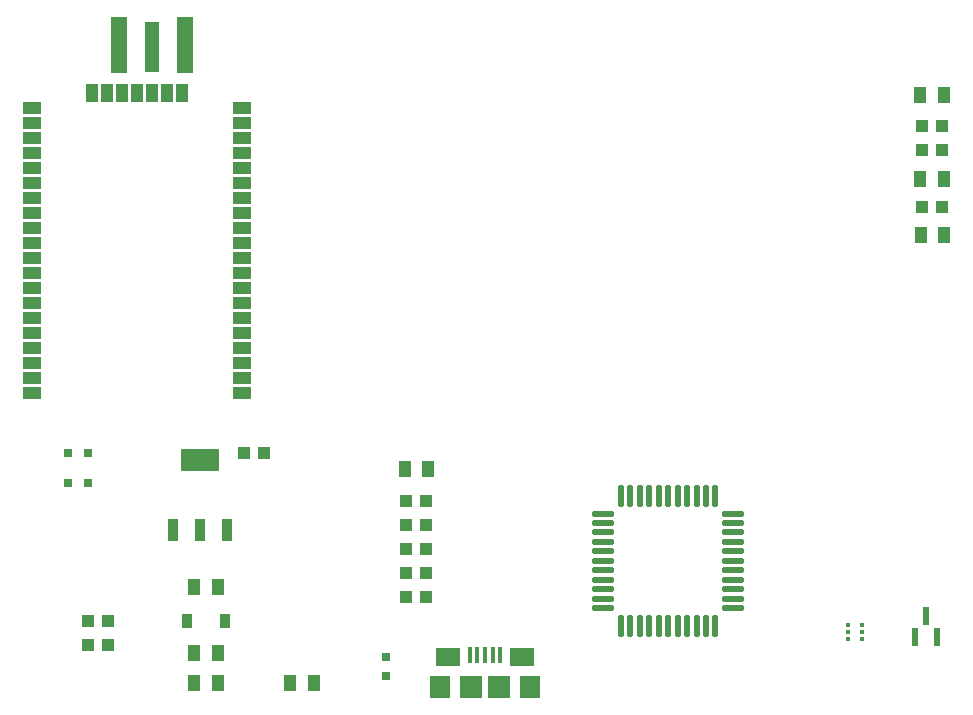
<source format=gtp>
%FSLAX44Y44*%
%MOMM*%
G71*
G01*
G75*
G04 Layer_Color=8421504*
%ADD10C,0.3810*%
%ADD11C,0.2540*%
%ADD12C,0.6350*%
%ADD13R,1.2700X4.2000*%
%ADD14R,1.3500X4.7000*%
%ADD15R,2.1000X1.6000*%
%ADD16R,0.4000X1.3500*%
%ADD17R,1.9000X1.9000*%
%ADD18R,1.8000X1.9000*%
%ADD19R,0.9000X1.9000*%
%ADD20R,3.2000X1.9000*%
%ADD21R,1.5240X1.0160*%
%ADD22R,1.0160X1.5240*%
%ADD23R,1.1000X1.0000*%
%ADD24R,0.9100X1.2200*%
%ADD25R,0.8000X0.8000*%
%ADD26R,0.8000X0.8000*%
%ADD27R,1.0000X1.3500*%
%ADD28R,0.3700X0.4300*%
%ADD29R,0.3700X0.3000*%
%ADD30R,0.6000X1.6000*%
%ADD31O,1.9000X0.5500*%
%ADD32O,0.5500X1.9000*%
%ADD33C,1.5000*%
%ADD34R,1.5000X1.5000*%
%ADD35R,1.8500X1.8500*%
%ADD36C,1.8500*%
%ADD37R,1.5000X1.5000*%
%ADD38R,1.0000X1.5240*%
%ADD39C,1.7780*%
%ADD40C,1.2700*%
%ADD41C,0.2500*%
%ADD42C,0.6000*%
%ADD43C,0.2500*%
%ADD44R,0.1000X0.1000*%
%ADD45C,0.0500*%
%ADD46C,0.2000*%
%ADD47C,1.0000*%
%ADD48C,0.0254*%
D13*
X172903Y557300D02*
D03*
D14*
X144653Y558800D02*
D03*
X200253D02*
D03*
D15*
X485560Y40740D02*
D03*
X423560D02*
D03*
D16*
X467560Y41990D02*
D03*
X461060D02*
D03*
X454560D02*
D03*
X448060D02*
D03*
X441560D02*
D03*
D17*
X466560Y15240D02*
D03*
X442560D02*
D03*
D18*
X492560D02*
D03*
X416560D02*
D03*
D19*
X190360Y148300D02*
D03*
X213360D02*
D03*
X236360D02*
D03*
D20*
X213360Y207300D02*
D03*
D21*
X248920Y505460D02*
D03*
Y492760D02*
D03*
Y480060D02*
D03*
Y467360D02*
D03*
Y454660D02*
D03*
Y441960D02*
D03*
Y429460D02*
D03*
Y353260D02*
D03*
Y365960D02*
D03*
Y378660D02*
D03*
Y391360D02*
D03*
Y404060D02*
D03*
Y416760D02*
D03*
Y327760D02*
D03*
Y315060D02*
D03*
Y302360D02*
D03*
Y289660D02*
D03*
Y276960D02*
D03*
Y264260D02*
D03*
Y340460D02*
D03*
X71120D02*
D03*
Y264260D02*
D03*
Y276960D02*
D03*
Y289660D02*
D03*
Y302360D02*
D03*
Y315060D02*
D03*
Y327760D02*
D03*
Y416760D02*
D03*
Y404060D02*
D03*
Y391360D02*
D03*
Y378660D02*
D03*
Y365960D02*
D03*
Y353260D02*
D03*
Y429460D02*
D03*
Y505460D02*
D03*
Y441960D02*
D03*
Y454660D02*
D03*
Y467360D02*
D03*
Y480060D02*
D03*
Y492760D02*
D03*
D22*
X198120Y518160D02*
D03*
X185420D02*
D03*
X172720D02*
D03*
X160020D02*
D03*
X147320D02*
D03*
X134620D02*
D03*
X121920D02*
D03*
D23*
X118500Y71120D02*
D03*
X135500D02*
D03*
X118500Y50800D02*
D03*
X135500D02*
D03*
X841620Y421640D02*
D03*
X824620D02*
D03*
X387740Y91440D02*
D03*
X404740D02*
D03*
X387740Y111760D02*
D03*
X404740D02*
D03*
X387740Y132080D02*
D03*
X404740D02*
D03*
X841620Y490220D02*
D03*
X824620D02*
D03*
X387740Y152400D02*
D03*
X404740D02*
D03*
Y172720D02*
D03*
X387740D02*
D03*
X841620Y469900D02*
D03*
X824620D02*
D03*
X267580Y213360D02*
D03*
X250580D02*
D03*
D24*
X234790Y71120D02*
D03*
X202090D02*
D03*
D25*
X370840Y24140D02*
D03*
Y40640D02*
D03*
D26*
X118100Y213360D02*
D03*
X101600D02*
D03*
X118100Y187960D02*
D03*
X101600D02*
D03*
D27*
X208200Y99930D02*
D03*
X228200D02*
D03*
X208200Y44050D02*
D03*
X228200D02*
D03*
X208200Y18650D02*
D03*
X228200D02*
D03*
X289480D02*
D03*
X309480D02*
D03*
X822880Y516490D02*
D03*
X842880D02*
D03*
X406480Y199790D02*
D03*
X386480D02*
D03*
X822880Y445370D02*
D03*
X842880D02*
D03*
X843360Y397910D02*
D03*
X823360D02*
D03*
D28*
X762000Y55880D02*
D03*
X773300D02*
D03*
X762000Y67130D02*
D03*
X773300D02*
D03*
D29*
X762000Y61480D02*
D03*
X773300D02*
D03*
D30*
X828040Y75040D02*
D03*
X837540Y57040D02*
D03*
X818540D02*
D03*
D31*
X554600Y161920D02*
D03*
Y153920D02*
D03*
Y145920D02*
D03*
Y137920D02*
D03*
Y129920D02*
D03*
Y121920D02*
D03*
Y113920D02*
D03*
Y105920D02*
D03*
Y97920D02*
D03*
Y89920D02*
D03*
Y81920D02*
D03*
X664600D02*
D03*
Y89920D02*
D03*
Y97920D02*
D03*
Y105920D02*
D03*
Y113920D02*
D03*
Y121920D02*
D03*
Y129920D02*
D03*
Y137920D02*
D03*
Y145920D02*
D03*
Y153920D02*
D03*
Y161920D02*
D03*
D32*
X569600Y66920D02*
D03*
X577600D02*
D03*
X585600D02*
D03*
X593600D02*
D03*
X601600D02*
D03*
X609600D02*
D03*
X617600D02*
D03*
X625600D02*
D03*
X633600D02*
D03*
X641600D02*
D03*
X649600D02*
D03*
Y176920D02*
D03*
X641600D02*
D03*
X633600D02*
D03*
X625600D02*
D03*
X617600D02*
D03*
X609600D02*
D03*
X601600D02*
D03*
X593600D02*
D03*
X585600D02*
D03*
X577600D02*
D03*
X569600D02*
D03*
M02*

</source>
